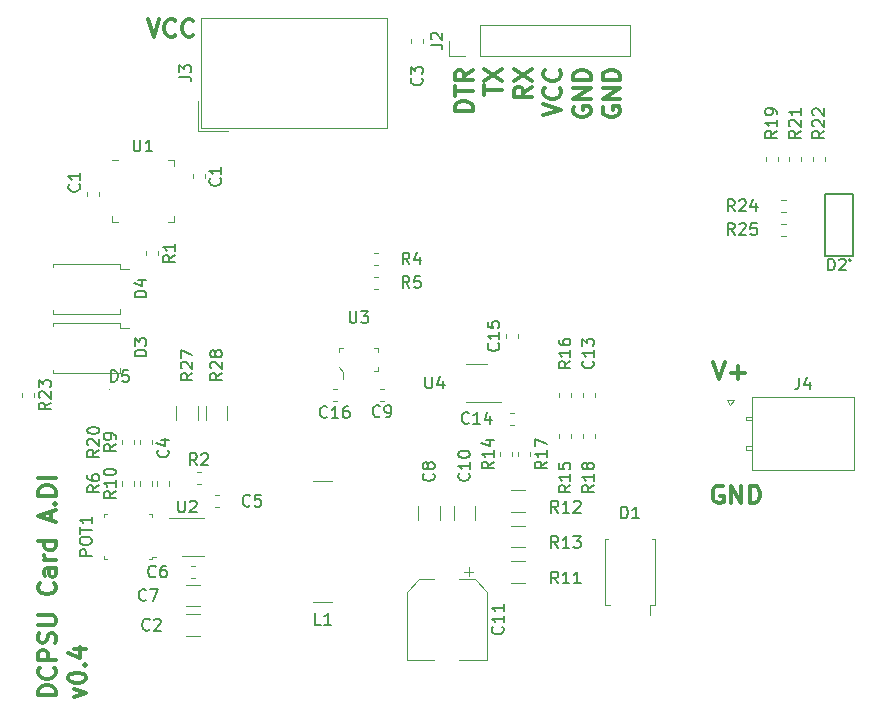
<source format=gbr>
G04 #@! TF.GenerationSoftware,KiCad,Pcbnew,5.0.2+dfsg1-1*
G04 #@! TF.CreationDate,2021-07-01T00:11:18-05:00*
G04 #@! TF.ProjectId,dcpsu-card-a,64637073-752d-4636-9172-642d612e6b69,v0.4-DI-WIP*
G04 #@! TF.SameCoordinates,Original*
G04 #@! TF.FileFunction,Legend,Top*
G04 #@! TF.FilePolarity,Positive*
%FSLAX46Y46*%
G04 Gerber Fmt 4.6, Leading zero omitted, Abs format (unit mm)*
G04 Created by KiCad (PCBNEW 5.0.2+dfsg1-1) date Thu 01 Jul 2021 12:11:18 AM CDT*
%MOMM*%
%LPD*%
G01*
G04 APERTURE LIST*
%ADD10C,0.300000*%
%ADD11C,0.120000*%
%ADD12C,0.150000*%
%ADD13C,0.100000*%
G04 APERTURE END LIST*
D10*
X138750000Y-78623571D02*
X138678571Y-78766428D01*
X138678571Y-78980714D01*
X138750000Y-79195000D01*
X138892857Y-79337857D01*
X139035714Y-79409285D01*
X139321428Y-79480714D01*
X139535714Y-79480714D01*
X139821428Y-79409285D01*
X139964285Y-79337857D01*
X140107142Y-79195000D01*
X140178571Y-78980714D01*
X140178571Y-78837857D01*
X140107142Y-78623571D01*
X140035714Y-78552142D01*
X139535714Y-78552142D01*
X139535714Y-78837857D01*
X140178571Y-77909285D02*
X138678571Y-77909285D01*
X140178571Y-77052142D01*
X138678571Y-77052142D01*
X140178571Y-76337857D02*
X138678571Y-76337857D01*
X138678571Y-75980714D01*
X138750000Y-75766428D01*
X138892857Y-75623571D01*
X139035714Y-75552142D01*
X139321428Y-75480714D01*
X139535714Y-75480714D01*
X139821428Y-75552142D01*
X139964285Y-75623571D01*
X140107142Y-75766428D01*
X140178571Y-75980714D01*
X140178571Y-76337857D01*
X136250000Y-78623571D02*
X136178571Y-78766428D01*
X136178571Y-78980714D01*
X136250000Y-79195000D01*
X136392857Y-79337857D01*
X136535714Y-79409285D01*
X136821428Y-79480714D01*
X137035714Y-79480714D01*
X137321428Y-79409285D01*
X137464285Y-79337857D01*
X137607142Y-79195000D01*
X137678571Y-78980714D01*
X137678571Y-78837857D01*
X137607142Y-78623571D01*
X137535714Y-78552142D01*
X137035714Y-78552142D01*
X137035714Y-78837857D01*
X137678571Y-77909285D02*
X136178571Y-77909285D01*
X137678571Y-77052142D01*
X136178571Y-77052142D01*
X137678571Y-76337857D02*
X136178571Y-76337857D01*
X136178571Y-75980714D01*
X136250000Y-75766428D01*
X136392857Y-75623571D01*
X136535714Y-75552142D01*
X136821428Y-75480714D01*
X137035714Y-75480714D01*
X137321428Y-75552142D01*
X137464285Y-75623571D01*
X137607142Y-75766428D01*
X137678571Y-75980714D01*
X137678571Y-76337857D01*
X133678571Y-79337857D02*
X135178571Y-78837857D01*
X133678571Y-78337857D01*
X135035714Y-76980714D02*
X135107142Y-77052142D01*
X135178571Y-77266428D01*
X135178571Y-77409285D01*
X135107142Y-77623571D01*
X134964285Y-77766428D01*
X134821428Y-77837857D01*
X134535714Y-77909285D01*
X134321428Y-77909285D01*
X134035714Y-77837857D01*
X133892857Y-77766428D01*
X133750000Y-77623571D01*
X133678571Y-77409285D01*
X133678571Y-77266428D01*
X133750000Y-77052142D01*
X133821428Y-76980714D01*
X135035714Y-75480714D02*
X135107142Y-75552142D01*
X135178571Y-75766428D01*
X135178571Y-75909285D01*
X135107142Y-76123571D01*
X134964285Y-76266428D01*
X134821428Y-76337857D01*
X134535714Y-76409285D01*
X134321428Y-76409285D01*
X134035714Y-76337857D01*
X133892857Y-76266428D01*
X133750000Y-76123571D01*
X133678571Y-75909285D01*
X133678571Y-75766428D01*
X133750000Y-75552142D01*
X133821428Y-75480714D01*
X132678571Y-76909285D02*
X131964285Y-77409285D01*
X132678571Y-77766428D02*
X131178571Y-77766428D01*
X131178571Y-77195000D01*
X131250000Y-77052142D01*
X131321428Y-76980714D01*
X131464285Y-76909285D01*
X131678571Y-76909285D01*
X131821428Y-76980714D01*
X131892857Y-77052142D01*
X131964285Y-77195000D01*
X131964285Y-77766428D01*
X131178571Y-76409285D02*
X132678571Y-75409285D01*
X131178571Y-75409285D02*
X132678571Y-76409285D01*
X128678571Y-77623571D02*
X128678571Y-76766428D01*
X130178571Y-77195000D02*
X128678571Y-77195000D01*
X128678571Y-76409285D02*
X130178571Y-75409285D01*
X128678571Y-75409285D02*
X130178571Y-76409285D01*
X127678571Y-78980714D02*
X126178571Y-78980714D01*
X126178571Y-78623571D01*
X126250000Y-78409285D01*
X126392857Y-78266428D01*
X126535714Y-78195000D01*
X126821428Y-78123571D01*
X127035714Y-78123571D01*
X127321428Y-78195000D01*
X127464285Y-78266428D01*
X127607142Y-78409285D01*
X127678571Y-78623571D01*
X127678571Y-78980714D01*
X126178571Y-77695000D02*
X126178571Y-76837857D01*
X127678571Y-77266428D02*
X126178571Y-77266428D01*
X127678571Y-75480714D02*
X126964285Y-75980714D01*
X127678571Y-76337857D02*
X126178571Y-76337857D01*
X126178571Y-75766428D01*
X126250000Y-75623571D01*
X126321428Y-75552142D01*
X126464285Y-75480714D01*
X126678571Y-75480714D01*
X126821428Y-75552142D01*
X126892857Y-75623571D01*
X126964285Y-75766428D01*
X126964285Y-76337857D01*
X100162142Y-71178571D02*
X100662142Y-72678571D01*
X101162142Y-71178571D01*
X102519285Y-72535714D02*
X102447857Y-72607142D01*
X102233571Y-72678571D01*
X102090714Y-72678571D01*
X101876428Y-72607142D01*
X101733571Y-72464285D01*
X101662142Y-72321428D01*
X101590714Y-72035714D01*
X101590714Y-71821428D01*
X101662142Y-71535714D01*
X101733571Y-71392857D01*
X101876428Y-71250000D01*
X102090714Y-71178571D01*
X102233571Y-71178571D01*
X102447857Y-71250000D01*
X102519285Y-71321428D01*
X104019285Y-72535714D02*
X103947857Y-72607142D01*
X103733571Y-72678571D01*
X103590714Y-72678571D01*
X103376428Y-72607142D01*
X103233571Y-72464285D01*
X103162142Y-72321428D01*
X103090714Y-72035714D01*
X103090714Y-71821428D01*
X103162142Y-71535714D01*
X103233571Y-71392857D01*
X103376428Y-71250000D01*
X103590714Y-71178571D01*
X103733571Y-71178571D01*
X103947857Y-71250000D01*
X104019285Y-71321428D01*
X148071428Y-100178571D02*
X148571428Y-101678571D01*
X149071428Y-100178571D01*
X149571428Y-101107142D02*
X150714285Y-101107142D01*
X150142857Y-101678571D02*
X150142857Y-100535714D01*
X148857142Y-110750000D02*
X148714285Y-110678571D01*
X148500000Y-110678571D01*
X148285714Y-110750000D01*
X148142857Y-110892857D01*
X148071428Y-111035714D01*
X148000000Y-111321428D01*
X148000000Y-111535714D01*
X148071428Y-111821428D01*
X148142857Y-111964285D01*
X148285714Y-112107142D01*
X148500000Y-112178571D01*
X148642857Y-112178571D01*
X148857142Y-112107142D01*
X148928571Y-112035714D01*
X148928571Y-111535714D01*
X148642857Y-111535714D01*
X149571428Y-112178571D02*
X149571428Y-110678571D01*
X150428571Y-112178571D01*
X150428571Y-110678571D01*
X151142857Y-112178571D02*
X151142857Y-110678571D01*
X151500000Y-110678571D01*
X151714285Y-110750000D01*
X151857142Y-110892857D01*
X151928571Y-111035714D01*
X152000000Y-111321428D01*
X152000000Y-111535714D01*
X151928571Y-111821428D01*
X151857142Y-111964285D01*
X151714285Y-112107142D01*
X151500000Y-112178571D01*
X151142857Y-112178571D01*
X92403571Y-128447857D02*
X90903571Y-128447857D01*
X90903571Y-128090714D01*
X90975000Y-127876428D01*
X91117857Y-127733571D01*
X91260714Y-127662142D01*
X91546428Y-127590714D01*
X91760714Y-127590714D01*
X92046428Y-127662142D01*
X92189285Y-127733571D01*
X92332142Y-127876428D01*
X92403571Y-128090714D01*
X92403571Y-128447857D01*
X92260714Y-126090714D02*
X92332142Y-126162142D01*
X92403571Y-126376428D01*
X92403571Y-126519285D01*
X92332142Y-126733571D01*
X92189285Y-126876428D01*
X92046428Y-126947857D01*
X91760714Y-127019285D01*
X91546428Y-127019285D01*
X91260714Y-126947857D01*
X91117857Y-126876428D01*
X90975000Y-126733571D01*
X90903571Y-126519285D01*
X90903571Y-126376428D01*
X90975000Y-126162142D01*
X91046428Y-126090714D01*
X92403571Y-125447857D02*
X90903571Y-125447857D01*
X90903571Y-124876428D01*
X90975000Y-124733571D01*
X91046428Y-124662142D01*
X91189285Y-124590714D01*
X91403571Y-124590714D01*
X91546428Y-124662142D01*
X91617857Y-124733571D01*
X91689285Y-124876428D01*
X91689285Y-125447857D01*
X92332142Y-124019285D02*
X92403571Y-123805000D01*
X92403571Y-123447857D01*
X92332142Y-123305000D01*
X92260714Y-123233571D01*
X92117857Y-123162142D01*
X91975000Y-123162142D01*
X91832142Y-123233571D01*
X91760714Y-123305000D01*
X91689285Y-123447857D01*
X91617857Y-123733571D01*
X91546428Y-123876428D01*
X91475000Y-123947857D01*
X91332142Y-124019285D01*
X91189285Y-124019285D01*
X91046428Y-123947857D01*
X90975000Y-123876428D01*
X90903571Y-123733571D01*
X90903571Y-123376428D01*
X90975000Y-123162142D01*
X90903571Y-122519285D02*
X92117857Y-122519285D01*
X92260714Y-122447857D01*
X92332142Y-122376428D01*
X92403571Y-122233571D01*
X92403571Y-121947857D01*
X92332142Y-121805000D01*
X92260714Y-121733571D01*
X92117857Y-121662142D01*
X90903571Y-121662142D01*
X92260714Y-118947857D02*
X92332142Y-119019285D01*
X92403571Y-119233571D01*
X92403571Y-119376428D01*
X92332142Y-119590714D01*
X92189285Y-119733571D01*
X92046428Y-119805000D01*
X91760714Y-119876428D01*
X91546428Y-119876428D01*
X91260714Y-119805000D01*
X91117857Y-119733571D01*
X90975000Y-119590714D01*
X90903571Y-119376428D01*
X90903571Y-119233571D01*
X90975000Y-119019285D01*
X91046428Y-118947857D01*
X92403571Y-117662142D02*
X91617857Y-117662142D01*
X91475000Y-117733571D01*
X91403571Y-117876428D01*
X91403571Y-118162142D01*
X91475000Y-118305000D01*
X92332142Y-117662142D02*
X92403571Y-117805000D01*
X92403571Y-118162142D01*
X92332142Y-118305000D01*
X92189285Y-118376428D01*
X92046428Y-118376428D01*
X91903571Y-118305000D01*
X91832142Y-118162142D01*
X91832142Y-117805000D01*
X91760714Y-117662142D01*
X92403571Y-116947857D02*
X91403571Y-116947857D01*
X91689285Y-116947857D02*
X91546428Y-116876428D01*
X91475000Y-116805000D01*
X91403571Y-116662142D01*
X91403571Y-116519285D01*
X92403571Y-115376428D02*
X90903571Y-115376428D01*
X92332142Y-115376428D02*
X92403571Y-115519285D01*
X92403571Y-115805000D01*
X92332142Y-115947857D01*
X92260714Y-116019285D01*
X92117857Y-116090714D01*
X91689285Y-116090714D01*
X91546428Y-116019285D01*
X91475000Y-115947857D01*
X91403571Y-115805000D01*
X91403571Y-115519285D01*
X91475000Y-115376428D01*
X91975000Y-113590714D02*
X91975000Y-112876428D01*
X92403571Y-113733571D02*
X90903571Y-113233571D01*
X92403571Y-112733571D01*
X92260714Y-112233571D02*
X92332142Y-112162142D01*
X92403571Y-112233571D01*
X92332142Y-112305000D01*
X92260714Y-112233571D01*
X92403571Y-112233571D01*
X92403571Y-111519285D02*
X90903571Y-111519285D01*
X90903571Y-111162142D01*
X90975000Y-110947857D01*
X91117857Y-110805000D01*
X91260714Y-110733571D01*
X91546428Y-110662142D01*
X91760714Y-110662142D01*
X92046428Y-110733571D01*
X92189285Y-110805000D01*
X92332142Y-110947857D01*
X92403571Y-111162142D01*
X92403571Y-111519285D01*
X92403571Y-110019285D02*
X90903571Y-110019285D01*
X93953571Y-128590714D02*
X94953571Y-128233571D01*
X93953571Y-127876428D01*
X93453571Y-127019285D02*
X93453571Y-126876428D01*
X93525000Y-126733571D01*
X93596428Y-126662142D01*
X93739285Y-126590714D01*
X94025000Y-126519285D01*
X94382142Y-126519285D01*
X94667857Y-126590714D01*
X94810714Y-126662142D01*
X94882142Y-126733571D01*
X94953571Y-126876428D01*
X94953571Y-127019285D01*
X94882142Y-127162142D01*
X94810714Y-127233571D01*
X94667857Y-127305000D01*
X94382142Y-127376428D01*
X94025000Y-127376428D01*
X93739285Y-127305000D01*
X93596428Y-127233571D01*
X93525000Y-127162142D01*
X93453571Y-127019285D01*
X94810714Y-125876428D02*
X94882142Y-125805000D01*
X94953571Y-125876428D01*
X94882142Y-125947857D01*
X94810714Y-125876428D01*
X94953571Y-125876428D01*
X93953571Y-124519285D02*
X94953571Y-124519285D01*
X93382142Y-124876428D02*
X94453571Y-125233571D01*
X94453571Y-124305000D01*
D11*
G04 #@! TO.C,L1*
X114202631Y-120515000D02*
X115797369Y-120515000D01*
X114202631Y-110315000D02*
X115797369Y-110315000D01*
G04 #@! TO.C,R1*
X101010000Y-91171267D02*
X101010000Y-90828733D01*
X99990000Y-91171267D02*
X99990000Y-90828733D01*
G04 #@! TO.C,R20*
X99010000Y-107171267D02*
X99010000Y-106828733D01*
X97990000Y-107171267D02*
X97990000Y-106828733D01*
G04 #@! TO.C,C3*
X123510000Y-73171267D02*
X123510000Y-72828733D01*
X122490000Y-73171267D02*
X122490000Y-72828733D01*
G04 #@! TO.C,C5*
X105828733Y-112510000D02*
X106171267Y-112510000D01*
X105828733Y-111490000D02*
X106171267Y-111490000D01*
G04 #@! TO.C,C14*
X130828733Y-105510000D02*
X131171267Y-105510000D01*
X130828733Y-104490000D02*
X131171267Y-104490000D01*
G04 #@! TO.C,D1*
X138890000Y-120810000D02*
X139300000Y-120810000D01*
X142700000Y-120810000D02*
X143110000Y-120810000D01*
X143110000Y-120810000D02*
X143110000Y-115190000D01*
X138890000Y-115190000D02*
X138890000Y-120810000D01*
X142700000Y-120810000D02*
X142700000Y-121600000D01*
X138890000Y-115190000D02*
X139150000Y-115190000D01*
X142850000Y-115190000D02*
X143110000Y-115190000D01*
G04 #@! TO.C,C1*
X103990000Y-84328733D02*
X103990000Y-84671267D01*
X105010000Y-84328733D02*
X105010000Y-84671267D01*
G04 #@! TO.C,C4*
X100990000Y-110328733D02*
X100990000Y-110671267D01*
X102010000Y-110328733D02*
X102010000Y-110671267D01*
G04 #@! TO.C,C7*
X103397936Y-120910000D02*
X104602064Y-120910000D01*
X103397936Y-119090000D02*
X104602064Y-119090000D01*
G04 #@! TO.C,C8*
X124910000Y-113602064D02*
X124910000Y-112397936D01*
X123090000Y-113602064D02*
X123090000Y-112397936D01*
G04 #@! TO.C,C9*
X120171267Y-102490000D02*
X119828733Y-102490000D01*
X120171267Y-103510000D02*
X119828733Y-103510000D01*
G04 #@! TO.C,C10*
X127910000Y-113602064D02*
X127910000Y-112397936D01*
X126090000Y-113602064D02*
X126090000Y-112397936D01*
G04 #@! TO.C,C13*
X138010000Y-103171267D02*
X138010000Y-102828733D01*
X136990000Y-103171267D02*
X136990000Y-102828733D01*
G04 #@! TO.C,R2*
X104328733Y-110510000D02*
X104671267Y-110510000D01*
X104328733Y-109490000D02*
X104671267Y-109490000D01*
G04 #@! TO.C,R4*
X119671267Y-90990000D02*
X119328733Y-90990000D01*
X119671267Y-92010000D02*
X119328733Y-92010000D01*
G04 #@! TO.C,R5*
X119671267Y-92990000D02*
X119328733Y-92990000D01*
X119671267Y-94010000D02*
X119328733Y-94010000D01*
G04 #@! TO.C,R6*
X99010000Y-110671267D02*
X99010000Y-110328733D01*
X97990000Y-110671267D02*
X97990000Y-110328733D01*
G04 #@! TO.C,R9*
X100510000Y-107171267D02*
X100510000Y-106828733D01*
X99490000Y-107171267D02*
X99490000Y-106828733D01*
G04 #@! TO.C,R10*
X100510000Y-110671267D02*
X100510000Y-110328733D01*
X99490000Y-110671267D02*
X99490000Y-110328733D01*
G04 #@! TO.C,R12*
X130897936Y-112910000D02*
X132102064Y-112910000D01*
X130897936Y-111090000D02*
X132102064Y-111090000D01*
G04 #@! TO.C,R13*
X130897936Y-115910000D02*
X132102064Y-115910000D01*
X130897936Y-114090000D02*
X132102064Y-114090000D01*
G04 #@! TO.C,R15*
X134990000Y-106328733D02*
X134990000Y-106671267D01*
X136010000Y-106328733D02*
X136010000Y-106671267D01*
G04 #@! TO.C,R16*
X134990000Y-102828733D02*
X134990000Y-103171267D01*
X136010000Y-102828733D02*
X136010000Y-103171267D01*
G04 #@! TO.C,R17*
X131490000Y-107828733D02*
X131490000Y-108171267D01*
X132510000Y-107828733D02*
X132510000Y-108171267D01*
G04 #@! TO.C,U1*
X97615000Y-83140000D02*
X97140000Y-83140000D01*
X102360000Y-88360000D02*
X102360000Y-87885000D01*
X101885000Y-88360000D02*
X102360000Y-88360000D01*
X97140000Y-88360000D02*
X97140000Y-87885000D01*
X97615000Y-88360000D02*
X97140000Y-88360000D01*
X102360000Y-83140000D02*
X102360000Y-83615000D01*
X101885000Y-83140000D02*
X102360000Y-83140000D01*
G04 #@! TO.C,C15*
X131510000Y-97828733D02*
X131510000Y-98171267D01*
X130490000Y-97828733D02*
X130490000Y-98171267D01*
G04 #@! TO.C,R18*
X136990000Y-106671267D02*
X136990000Y-106328733D01*
X138010000Y-106671267D02*
X138010000Y-106328733D01*
G04 #@! TO.C,R11*
X130897936Y-117090000D02*
X132102064Y-117090000D01*
X130897936Y-118910000D02*
X132102064Y-118910000D01*
G04 #@! TO.C,R14*
X131010000Y-107828733D02*
X131010000Y-108171267D01*
X129990000Y-107828733D02*
X129990000Y-108171267D01*
G04 #@! TO.C,U4*
X128900000Y-100390000D02*
X127100000Y-100390000D01*
X127100000Y-103610000D02*
X130050000Y-103610000D01*
G04 #@! TO.C,J2*
X125670000Y-74330000D02*
X125670000Y-73000000D01*
X127000000Y-74330000D02*
X125670000Y-74330000D01*
X128270000Y-74330000D02*
X128270000Y-71670000D01*
X128270000Y-71670000D02*
X141030000Y-71670000D01*
X128270000Y-74330000D02*
X141030000Y-74330000D01*
X141030000Y-74330000D02*
X141030000Y-71670000D01*
G04 #@! TO.C,J3*
X104650000Y-71055000D02*
X120430000Y-71055000D01*
X120430000Y-71055000D02*
X120430000Y-80405000D01*
X120430000Y-80405000D02*
X104650000Y-80405000D01*
X104650000Y-80405000D02*
X104650000Y-71055000D01*
X104400000Y-80655000D02*
X106940000Y-80655000D01*
X104400000Y-80655000D02*
X104400000Y-78115000D01*
G04 #@! TO.C,C1*
X96010000Y-86171267D02*
X96010000Y-85828733D01*
X94990000Y-86171267D02*
X94990000Y-85828733D01*
D12*
G04 #@! TO.C,D2*
X159900000Y-86000000D02*
X159900000Y-91200000D01*
X157500000Y-86000000D02*
X157500000Y-91200000D01*
X157500000Y-86000000D02*
X159900000Y-86000000D01*
X157500000Y-91200000D02*
X159900000Y-91200000D01*
X159700000Y-91600000D02*
G75*
G03X159700000Y-91600000I-100000J0D01*
G01*
D11*
G04 #@! TO.C,R19*
X153510000Y-83171267D02*
X153510000Y-82828733D01*
X152490000Y-83171267D02*
X152490000Y-82828733D01*
G04 #@! TO.C,R21*
X154490000Y-82828733D02*
X154490000Y-83171267D01*
X155510000Y-82828733D02*
X155510000Y-83171267D01*
G04 #@! TO.C,R22*
X157510000Y-82828733D02*
X157510000Y-83171267D01*
X156490000Y-82828733D02*
X156490000Y-83171267D01*
G04 #@! TO.C,C16*
X115828733Y-102490000D02*
X116171267Y-102490000D01*
X115828733Y-103510000D02*
X116171267Y-103510000D01*
D13*
G04 #@! TO.C,U3*
X116700000Y-101650000D02*
X116700000Y-101050000D01*
X116700000Y-101050000D02*
X116350000Y-100600000D01*
X116700000Y-99000000D02*
X116350000Y-99000000D01*
X116350000Y-99000000D02*
X116350000Y-99350000D01*
X119650000Y-100650000D02*
X119650000Y-101000000D01*
X119650000Y-101000000D02*
X119300000Y-101000000D01*
X119300000Y-99000000D02*
X119650000Y-99000000D01*
X119650000Y-99000000D02*
X119650000Y-99350000D01*
D11*
G04 #@! TO.C,R23*
X89490000Y-103171267D02*
X89490000Y-102828733D01*
X90510000Y-103171267D02*
X90510000Y-102828733D01*
G04 #@! TO.C,R24*
X154171267Y-86490000D02*
X153828733Y-86490000D01*
X154171267Y-87510000D02*
X153828733Y-87510000D01*
G04 #@! TO.C,R25*
X154171267Y-89510000D02*
X153828733Y-89510000D01*
X154171267Y-88490000D02*
X153828733Y-88490000D01*
G04 #@! TO.C,C11*
X122090000Y-125410000D02*
X124440000Y-125410000D01*
X128910000Y-125410000D02*
X126560000Y-125410000D01*
X128910000Y-119654437D02*
X128910000Y-125410000D01*
X122090000Y-119654437D02*
X122090000Y-125410000D01*
X123154437Y-118590000D02*
X124440000Y-118590000D01*
X127845563Y-118590000D02*
X126560000Y-118590000D01*
X127845563Y-118590000D02*
X128910000Y-119654437D01*
X123154437Y-118590000D02*
X122090000Y-119654437D01*
X127347500Y-117562500D02*
X127347500Y-118350000D01*
X127741250Y-117956250D02*
X126953750Y-117956250D01*
G04 #@! TO.C,J4*
X151310000Y-103170000D02*
X151310000Y-109330000D01*
X151310000Y-109330000D02*
X159990000Y-109330000D01*
X159990000Y-109330000D02*
X159990000Y-103170000D01*
X159990000Y-103170000D02*
X151310000Y-103170000D01*
X151310000Y-105150000D02*
X151310000Y-104850000D01*
X151310000Y-104850000D02*
X150860000Y-104850000D01*
X150860000Y-104850000D02*
X150860000Y-105150000D01*
X150860000Y-105150000D02*
X151310000Y-105150000D01*
X151310000Y-107650000D02*
X151310000Y-107350000D01*
X151310000Y-107350000D02*
X150860000Y-107350000D01*
X150860000Y-107350000D02*
X150860000Y-107650000D01*
X150860000Y-107650000D02*
X151310000Y-107650000D01*
X149500000Y-103890000D02*
X149800000Y-103465736D01*
X149800000Y-103465736D02*
X149200000Y-103465736D01*
X149200000Y-103465736D02*
X149500000Y-103890000D01*
G04 #@! TO.C,D3*
X97810000Y-101110000D02*
X97810000Y-100700000D01*
X97810000Y-97300000D02*
X97810000Y-96890000D01*
X97810000Y-96890000D02*
X92190000Y-96890000D01*
X92190000Y-101110000D02*
X97810000Y-101110000D01*
X97810000Y-97300000D02*
X98600000Y-97300000D01*
X92190000Y-101110000D02*
X92190000Y-100850000D01*
X92190000Y-97150000D02*
X92190000Y-96890000D01*
G04 #@! TO.C,D4*
X97810000Y-96110000D02*
X97810000Y-95700000D01*
X97810000Y-92300000D02*
X97810000Y-91890000D01*
X97810000Y-91890000D02*
X92190000Y-91890000D01*
X92190000Y-96110000D02*
X97810000Y-96110000D01*
X97810000Y-92300000D02*
X98600000Y-92300000D01*
X92190000Y-96110000D02*
X92190000Y-95850000D01*
X92190000Y-92150000D02*
X92190000Y-91890000D01*
G04 #@! TO.C,R27*
X104410000Y-105102064D02*
X104410000Y-103897936D01*
X102590000Y-105102064D02*
X102590000Y-103897936D01*
G04 #@! TO.C,R28*
X105090000Y-105102064D02*
X105090000Y-103897936D01*
X106910000Y-105102064D02*
X106910000Y-103897936D01*
G04 #@! TO.C,C2*
X103397936Y-121590000D02*
X104602064Y-121590000D01*
X103397936Y-123410000D02*
X104602064Y-123410000D01*
G04 #@! TO.C,U2*
X103100000Y-116610000D02*
X104900000Y-116610000D01*
X104900000Y-113390000D02*
X101950000Y-113390000D01*
G04 #@! TO.C,C6*
X103828733Y-117490000D02*
X104171267Y-117490000D01*
X103828733Y-118510000D02*
X104171267Y-118510000D01*
D13*
G04 #@! TO.C,D5*
X96990000Y-102500000D02*
G75*
G03X96990000Y-102500000I-50000J0D01*
G01*
G04 #@! TO.C,POT1*
X96500000Y-116900000D02*
X96750000Y-116900000D01*
X96500000Y-116900000D02*
X96500000Y-116650000D01*
X96500000Y-113100000D02*
X96750000Y-113100000D01*
X96500000Y-113100000D02*
X96500000Y-113350000D01*
X100500000Y-113100000D02*
X100500000Y-113300000D01*
X100500000Y-113100000D02*
X100250000Y-113100000D01*
X100250000Y-116900000D02*
X100500000Y-116900000D01*
X100500000Y-116900000D02*
X100500000Y-116700000D01*
X100500000Y-116700000D02*
X100850000Y-116700000D01*
G04 #@! TO.C,L1*
D12*
X114833333Y-122452380D02*
X114357142Y-122452380D01*
X114357142Y-121452380D01*
X115690476Y-122452380D02*
X115119047Y-122452380D01*
X115404761Y-122452380D02*
X115404761Y-121452380D01*
X115309523Y-121595238D01*
X115214285Y-121690476D01*
X115119047Y-121738095D01*
G04 #@! TO.C,R1*
X102476380Y-91166666D02*
X102000190Y-91500000D01*
X102476380Y-91738095D02*
X101476380Y-91738095D01*
X101476380Y-91357142D01*
X101524000Y-91261904D01*
X101571619Y-91214285D01*
X101666857Y-91166666D01*
X101809714Y-91166666D01*
X101904952Y-91214285D01*
X101952571Y-91261904D01*
X102000190Y-91357142D01*
X102000190Y-91738095D01*
X102476380Y-90214285D02*
X102476380Y-90785714D01*
X102476380Y-90500000D02*
X101476380Y-90500000D01*
X101619238Y-90595238D01*
X101714476Y-90690476D01*
X101762095Y-90785714D01*
G04 #@! TO.C,R20*
X96052380Y-107642857D02*
X95576190Y-107976190D01*
X96052380Y-108214285D02*
X95052380Y-108214285D01*
X95052380Y-107833333D01*
X95100000Y-107738095D01*
X95147619Y-107690476D01*
X95242857Y-107642857D01*
X95385714Y-107642857D01*
X95480952Y-107690476D01*
X95528571Y-107738095D01*
X95576190Y-107833333D01*
X95576190Y-108214285D01*
X95147619Y-107261904D02*
X95100000Y-107214285D01*
X95052380Y-107119047D01*
X95052380Y-106880952D01*
X95100000Y-106785714D01*
X95147619Y-106738095D01*
X95242857Y-106690476D01*
X95338095Y-106690476D01*
X95480952Y-106738095D01*
X96052380Y-107309523D01*
X96052380Y-106690476D01*
X95052380Y-106071428D02*
X95052380Y-105976190D01*
X95100000Y-105880952D01*
X95147619Y-105833333D01*
X95242857Y-105785714D01*
X95433333Y-105738095D01*
X95671428Y-105738095D01*
X95861904Y-105785714D01*
X95957142Y-105833333D01*
X96004761Y-105880952D01*
X96052380Y-105976190D01*
X96052380Y-106071428D01*
X96004761Y-106166666D01*
X95957142Y-106214285D01*
X95861904Y-106261904D01*
X95671428Y-106309523D01*
X95433333Y-106309523D01*
X95242857Y-106261904D01*
X95147619Y-106214285D01*
X95100000Y-106166666D01*
X95052380Y-106071428D01*
G04 #@! TO.C,C3*
X123357142Y-76166666D02*
X123404761Y-76214285D01*
X123452380Y-76357142D01*
X123452380Y-76452380D01*
X123404761Y-76595238D01*
X123309523Y-76690476D01*
X123214285Y-76738095D01*
X123023809Y-76785714D01*
X122880952Y-76785714D01*
X122690476Y-76738095D01*
X122595238Y-76690476D01*
X122500000Y-76595238D01*
X122452380Y-76452380D01*
X122452380Y-76357142D01*
X122500000Y-76214285D01*
X122547619Y-76166666D01*
X122452380Y-75833333D02*
X122452380Y-75214285D01*
X122833333Y-75547619D01*
X122833333Y-75404761D01*
X122880952Y-75309523D01*
X122928571Y-75261904D01*
X123023809Y-75214285D01*
X123261904Y-75214285D01*
X123357142Y-75261904D01*
X123404761Y-75309523D01*
X123452380Y-75404761D01*
X123452380Y-75690476D01*
X123404761Y-75785714D01*
X123357142Y-75833333D01*
G04 #@! TO.C,C5*
X108833333Y-112357142D02*
X108785714Y-112404761D01*
X108642857Y-112452380D01*
X108547619Y-112452380D01*
X108404761Y-112404761D01*
X108309523Y-112309523D01*
X108261904Y-112214285D01*
X108214285Y-112023809D01*
X108214285Y-111880952D01*
X108261904Y-111690476D01*
X108309523Y-111595238D01*
X108404761Y-111500000D01*
X108547619Y-111452380D01*
X108642857Y-111452380D01*
X108785714Y-111500000D01*
X108833333Y-111547619D01*
X109738095Y-111452380D02*
X109261904Y-111452380D01*
X109214285Y-111928571D01*
X109261904Y-111880952D01*
X109357142Y-111833333D01*
X109595238Y-111833333D01*
X109690476Y-111880952D01*
X109738095Y-111928571D01*
X109785714Y-112023809D01*
X109785714Y-112261904D01*
X109738095Y-112357142D01*
X109690476Y-112404761D01*
X109595238Y-112452380D01*
X109357142Y-112452380D01*
X109261904Y-112404761D01*
X109214285Y-112357142D01*
G04 #@! TO.C,C14*
X127357142Y-105357142D02*
X127309523Y-105404761D01*
X127166666Y-105452380D01*
X127071428Y-105452380D01*
X126928571Y-105404761D01*
X126833333Y-105309523D01*
X126785714Y-105214285D01*
X126738095Y-105023809D01*
X126738095Y-104880952D01*
X126785714Y-104690476D01*
X126833333Y-104595238D01*
X126928571Y-104500000D01*
X127071428Y-104452380D01*
X127166666Y-104452380D01*
X127309523Y-104500000D01*
X127357142Y-104547619D01*
X128309523Y-105452380D02*
X127738095Y-105452380D01*
X128023809Y-105452380D02*
X128023809Y-104452380D01*
X127928571Y-104595238D01*
X127833333Y-104690476D01*
X127738095Y-104738095D01*
X129166666Y-104785714D02*
X129166666Y-105452380D01*
X128928571Y-104404761D02*
X128690476Y-105119047D01*
X129309523Y-105119047D01*
G04 #@! TO.C,D1*
X140261904Y-113452380D02*
X140261904Y-112452380D01*
X140500000Y-112452380D01*
X140642857Y-112500000D01*
X140738095Y-112595238D01*
X140785714Y-112690476D01*
X140833333Y-112880952D01*
X140833333Y-113023809D01*
X140785714Y-113214285D01*
X140738095Y-113309523D01*
X140642857Y-113404761D01*
X140500000Y-113452380D01*
X140261904Y-113452380D01*
X141785714Y-113452380D02*
X141214285Y-113452380D01*
X141500000Y-113452380D02*
X141500000Y-112452380D01*
X141404761Y-112595238D01*
X141309523Y-112690476D01*
X141214285Y-112738095D01*
G04 #@! TO.C,C1*
X106287142Y-84666666D02*
X106334761Y-84714285D01*
X106382380Y-84857142D01*
X106382380Y-84952380D01*
X106334761Y-85095238D01*
X106239523Y-85190476D01*
X106144285Y-85238095D01*
X105953809Y-85285714D01*
X105810952Y-85285714D01*
X105620476Y-85238095D01*
X105525238Y-85190476D01*
X105430000Y-85095238D01*
X105382380Y-84952380D01*
X105382380Y-84857142D01*
X105430000Y-84714285D01*
X105477619Y-84666666D01*
X106382380Y-83714285D02*
X106382380Y-84285714D01*
X106382380Y-84000000D02*
X105382380Y-84000000D01*
X105525238Y-84095238D01*
X105620476Y-84190476D01*
X105668095Y-84285714D01*
G04 #@! TO.C,C4*
X101857142Y-107666666D02*
X101904761Y-107714285D01*
X101952380Y-107857142D01*
X101952380Y-107952380D01*
X101904761Y-108095238D01*
X101809523Y-108190476D01*
X101714285Y-108238095D01*
X101523809Y-108285714D01*
X101380952Y-108285714D01*
X101190476Y-108238095D01*
X101095238Y-108190476D01*
X101000000Y-108095238D01*
X100952380Y-107952380D01*
X100952380Y-107857142D01*
X101000000Y-107714285D01*
X101047619Y-107666666D01*
X101285714Y-106809523D02*
X101952380Y-106809523D01*
X100904761Y-107047619D02*
X101619047Y-107285714D01*
X101619047Y-106666666D01*
G04 #@! TO.C,C7*
X100023333Y-120357142D02*
X99975714Y-120404761D01*
X99832857Y-120452380D01*
X99737619Y-120452380D01*
X99594761Y-120404761D01*
X99499523Y-120309523D01*
X99451904Y-120214285D01*
X99404285Y-120023809D01*
X99404285Y-119880952D01*
X99451904Y-119690476D01*
X99499523Y-119595238D01*
X99594761Y-119500000D01*
X99737619Y-119452380D01*
X99832857Y-119452380D01*
X99975714Y-119500000D01*
X100023333Y-119547619D01*
X100356666Y-119452380D02*
X101023333Y-119452380D01*
X100594761Y-120452380D01*
G04 #@! TO.C,C8*
X124357142Y-109666666D02*
X124404761Y-109714285D01*
X124452380Y-109857142D01*
X124452380Y-109952380D01*
X124404761Y-110095238D01*
X124309523Y-110190476D01*
X124214285Y-110238095D01*
X124023809Y-110285714D01*
X123880952Y-110285714D01*
X123690476Y-110238095D01*
X123595238Y-110190476D01*
X123500000Y-110095238D01*
X123452380Y-109952380D01*
X123452380Y-109857142D01*
X123500000Y-109714285D01*
X123547619Y-109666666D01*
X123880952Y-109095238D02*
X123833333Y-109190476D01*
X123785714Y-109238095D01*
X123690476Y-109285714D01*
X123642857Y-109285714D01*
X123547619Y-109238095D01*
X123500000Y-109190476D01*
X123452380Y-109095238D01*
X123452380Y-108904761D01*
X123500000Y-108809523D01*
X123547619Y-108761904D01*
X123642857Y-108714285D01*
X123690476Y-108714285D01*
X123785714Y-108761904D01*
X123833333Y-108809523D01*
X123880952Y-108904761D01*
X123880952Y-109095238D01*
X123928571Y-109190476D01*
X123976190Y-109238095D01*
X124071428Y-109285714D01*
X124261904Y-109285714D01*
X124357142Y-109238095D01*
X124404761Y-109190476D01*
X124452380Y-109095238D01*
X124452380Y-108904761D01*
X124404761Y-108809523D01*
X124357142Y-108761904D01*
X124261904Y-108714285D01*
X124071428Y-108714285D01*
X123976190Y-108761904D01*
X123928571Y-108809523D01*
X123880952Y-108904761D01*
G04 #@! TO.C,C9*
X119833333Y-104787142D02*
X119785714Y-104834761D01*
X119642857Y-104882380D01*
X119547619Y-104882380D01*
X119404761Y-104834761D01*
X119309523Y-104739523D01*
X119261904Y-104644285D01*
X119214285Y-104453809D01*
X119214285Y-104310952D01*
X119261904Y-104120476D01*
X119309523Y-104025238D01*
X119404761Y-103930000D01*
X119547619Y-103882380D01*
X119642857Y-103882380D01*
X119785714Y-103930000D01*
X119833333Y-103977619D01*
X120309523Y-104882380D02*
X120500000Y-104882380D01*
X120595238Y-104834761D01*
X120642857Y-104787142D01*
X120738095Y-104644285D01*
X120785714Y-104453809D01*
X120785714Y-104072857D01*
X120738095Y-103977619D01*
X120690476Y-103930000D01*
X120595238Y-103882380D01*
X120404761Y-103882380D01*
X120309523Y-103930000D01*
X120261904Y-103977619D01*
X120214285Y-104072857D01*
X120214285Y-104310952D01*
X120261904Y-104406190D01*
X120309523Y-104453809D01*
X120404761Y-104501428D01*
X120595238Y-104501428D01*
X120690476Y-104453809D01*
X120738095Y-104406190D01*
X120785714Y-104310952D01*
G04 #@! TO.C,C10*
X127357142Y-109642857D02*
X127404761Y-109690476D01*
X127452380Y-109833333D01*
X127452380Y-109928571D01*
X127404761Y-110071428D01*
X127309523Y-110166666D01*
X127214285Y-110214285D01*
X127023809Y-110261904D01*
X126880952Y-110261904D01*
X126690476Y-110214285D01*
X126595238Y-110166666D01*
X126500000Y-110071428D01*
X126452380Y-109928571D01*
X126452380Y-109833333D01*
X126500000Y-109690476D01*
X126547619Y-109642857D01*
X127452380Y-108690476D02*
X127452380Y-109261904D01*
X127452380Y-108976190D02*
X126452380Y-108976190D01*
X126595238Y-109071428D01*
X126690476Y-109166666D01*
X126738095Y-109261904D01*
X126452380Y-108071428D02*
X126452380Y-107976190D01*
X126500000Y-107880952D01*
X126547619Y-107833333D01*
X126642857Y-107785714D01*
X126833333Y-107738095D01*
X127071428Y-107738095D01*
X127261904Y-107785714D01*
X127357142Y-107833333D01*
X127404761Y-107880952D01*
X127452380Y-107976190D01*
X127452380Y-108071428D01*
X127404761Y-108166666D01*
X127357142Y-108214285D01*
X127261904Y-108261904D01*
X127071428Y-108309523D01*
X126833333Y-108309523D01*
X126642857Y-108261904D01*
X126547619Y-108214285D01*
X126500000Y-108166666D01*
X126452380Y-108071428D01*
G04 #@! TO.C,C13*
X137857142Y-100142857D02*
X137904761Y-100190476D01*
X137952380Y-100333333D01*
X137952380Y-100428571D01*
X137904761Y-100571428D01*
X137809523Y-100666666D01*
X137714285Y-100714285D01*
X137523809Y-100761904D01*
X137380952Y-100761904D01*
X137190476Y-100714285D01*
X137095238Y-100666666D01*
X137000000Y-100571428D01*
X136952380Y-100428571D01*
X136952380Y-100333333D01*
X137000000Y-100190476D01*
X137047619Y-100142857D01*
X137952380Y-99190476D02*
X137952380Y-99761904D01*
X137952380Y-99476190D02*
X136952380Y-99476190D01*
X137095238Y-99571428D01*
X137190476Y-99666666D01*
X137238095Y-99761904D01*
X136952380Y-98857142D02*
X136952380Y-98238095D01*
X137333333Y-98571428D01*
X137333333Y-98428571D01*
X137380952Y-98333333D01*
X137428571Y-98285714D01*
X137523809Y-98238095D01*
X137761904Y-98238095D01*
X137857142Y-98285714D01*
X137904761Y-98333333D01*
X137952380Y-98428571D01*
X137952380Y-98714285D01*
X137904761Y-98809523D01*
X137857142Y-98857142D01*
G04 #@! TO.C,R2*
X104333333Y-108952380D02*
X104000000Y-108476190D01*
X103761904Y-108952380D02*
X103761904Y-107952380D01*
X104142857Y-107952380D01*
X104238095Y-108000000D01*
X104285714Y-108047619D01*
X104333333Y-108142857D01*
X104333333Y-108285714D01*
X104285714Y-108380952D01*
X104238095Y-108428571D01*
X104142857Y-108476190D01*
X103761904Y-108476190D01*
X104714285Y-108047619D02*
X104761904Y-108000000D01*
X104857142Y-107952380D01*
X105095238Y-107952380D01*
X105190476Y-108000000D01*
X105238095Y-108047619D01*
X105285714Y-108142857D01*
X105285714Y-108238095D01*
X105238095Y-108380952D01*
X104666666Y-108952380D01*
X105285714Y-108952380D01*
G04 #@! TO.C,R4*
X122333333Y-91952380D02*
X122000000Y-91476190D01*
X121761904Y-91952380D02*
X121761904Y-90952380D01*
X122142857Y-90952380D01*
X122238095Y-91000000D01*
X122285714Y-91047619D01*
X122333333Y-91142857D01*
X122333333Y-91285714D01*
X122285714Y-91380952D01*
X122238095Y-91428571D01*
X122142857Y-91476190D01*
X121761904Y-91476190D01*
X123190476Y-91285714D02*
X123190476Y-91952380D01*
X122952380Y-90904761D02*
X122714285Y-91619047D01*
X123333333Y-91619047D01*
G04 #@! TO.C,R5*
X122333333Y-93952380D02*
X122000000Y-93476190D01*
X121761904Y-93952380D02*
X121761904Y-92952380D01*
X122142857Y-92952380D01*
X122238095Y-93000000D01*
X122285714Y-93047619D01*
X122333333Y-93142857D01*
X122333333Y-93285714D01*
X122285714Y-93380952D01*
X122238095Y-93428571D01*
X122142857Y-93476190D01*
X121761904Y-93476190D01*
X123238095Y-92952380D02*
X122761904Y-92952380D01*
X122714285Y-93428571D01*
X122761904Y-93380952D01*
X122857142Y-93333333D01*
X123095238Y-93333333D01*
X123190476Y-93380952D01*
X123238095Y-93428571D01*
X123285714Y-93523809D01*
X123285714Y-93761904D01*
X123238095Y-93857142D01*
X123190476Y-93904761D01*
X123095238Y-93952380D01*
X122857142Y-93952380D01*
X122761904Y-93904761D01*
X122714285Y-93857142D01*
G04 #@! TO.C,R6*
X96052380Y-110666666D02*
X95576190Y-111000000D01*
X96052380Y-111238095D02*
X95052380Y-111238095D01*
X95052380Y-110857142D01*
X95100000Y-110761904D01*
X95147619Y-110714285D01*
X95242857Y-110666666D01*
X95385714Y-110666666D01*
X95480952Y-110714285D01*
X95528571Y-110761904D01*
X95576190Y-110857142D01*
X95576190Y-111238095D01*
X95052380Y-109809523D02*
X95052380Y-110000000D01*
X95100000Y-110095238D01*
X95147619Y-110142857D01*
X95290476Y-110238095D01*
X95480952Y-110285714D01*
X95861904Y-110285714D01*
X95957142Y-110238095D01*
X96004761Y-110190476D01*
X96052380Y-110095238D01*
X96052380Y-109904761D01*
X96004761Y-109809523D01*
X95957142Y-109761904D01*
X95861904Y-109714285D01*
X95623809Y-109714285D01*
X95528571Y-109761904D01*
X95480952Y-109809523D01*
X95433333Y-109904761D01*
X95433333Y-110095238D01*
X95480952Y-110190476D01*
X95528571Y-110238095D01*
X95623809Y-110285714D01*
G04 #@! TO.C,R9*
X97452380Y-107166666D02*
X96976190Y-107500000D01*
X97452380Y-107738095D02*
X96452380Y-107738095D01*
X96452380Y-107357142D01*
X96500000Y-107261904D01*
X96547619Y-107214285D01*
X96642857Y-107166666D01*
X96785714Y-107166666D01*
X96880952Y-107214285D01*
X96928571Y-107261904D01*
X96976190Y-107357142D01*
X96976190Y-107738095D01*
X97452380Y-106690476D02*
X97452380Y-106500000D01*
X97404761Y-106404761D01*
X97357142Y-106357142D01*
X97214285Y-106261904D01*
X97023809Y-106214285D01*
X96642857Y-106214285D01*
X96547619Y-106261904D01*
X96500000Y-106309523D01*
X96452380Y-106404761D01*
X96452380Y-106595238D01*
X96500000Y-106690476D01*
X96547619Y-106738095D01*
X96642857Y-106785714D01*
X96880952Y-106785714D01*
X96976190Y-106738095D01*
X97023809Y-106690476D01*
X97071428Y-106595238D01*
X97071428Y-106404761D01*
X97023809Y-106309523D01*
X96976190Y-106261904D01*
X96880952Y-106214285D01*
G04 #@! TO.C,R10*
X97452380Y-111142857D02*
X96976190Y-111476190D01*
X97452380Y-111714285D02*
X96452380Y-111714285D01*
X96452380Y-111333333D01*
X96500000Y-111238095D01*
X96547619Y-111190476D01*
X96642857Y-111142857D01*
X96785714Y-111142857D01*
X96880952Y-111190476D01*
X96928571Y-111238095D01*
X96976190Y-111333333D01*
X96976190Y-111714285D01*
X97452380Y-110190476D02*
X97452380Y-110761904D01*
X97452380Y-110476190D02*
X96452380Y-110476190D01*
X96595238Y-110571428D01*
X96690476Y-110666666D01*
X96738095Y-110761904D01*
X96452380Y-109571428D02*
X96452380Y-109476190D01*
X96500000Y-109380952D01*
X96547619Y-109333333D01*
X96642857Y-109285714D01*
X96833333Y-109238095D01*
X97071428Y-109238095D01*
X97261904Y-109285714D01*
X97357142Y-109333333D01*
X97404761Y-109380952D01*
X97452380Y-109476190D01*
X97452380Y-109571428D01*
X97404761Y-109666666D01*
X97357142Y-109714285D01*
X97261904Y-109761904D01*
X97071428Y-109809523D01*
X96833333Y-109809523D01*
X96642857Y-109761904D01*
X96547619Y-109714285D01*
X96500000Y-109666666D01*
X96452380Y-109571428D01*
G04 #@! TO.C,R12*
X134921142Y-112960380D02*
X134587809Y-112484190D01*
X134349714Y-112960380D02*
X134349714Y-111960380D01*
X134730666Y-111960380D01*
X134825904Y-112008000D01*
X134873523Y-112055619D01*
X134921142Y-112150857D01*
X134921142Y-112293714D01*
X134873523Y-112388952D01*
X134825904Y-112436571D01*
X134730666Y-112484190D01*
X134349714Y-112484190D01*
X135873523Y-112960380D02*
X135302095Y-112960380D01*
X135587809Y-112960380D02*
X135587809Y-111960380D01*
X135492571Y-112103238D01*
X135397333Y-112198476D01*
X135302095Y-112246095D01*
X136254476Y-112055619D02*
X136302095Y-112008000D01*
X136397333Y-111960380D01*
X136635428Y-111960380D01*
X136730666Y-112008000D01*
X136778285Y-112055619D01*
X136825904Y-112150857D01*
X136825904Y-112246095D01*
X136778285Y-112388952D01*
X136206857Y-112960380D01*
X136825904Y-112960380D01*
G04 #@! TO.C,R13*
X134921142Y-115960380D02*
X134587809Y-115484190D01*
X134349714Y-115960380D02*
X134349714Y-114960380D01*
X134730666Y-114960380D01*
X134825904Y-115008000D01*
X134873523Y-115055619D01*
X134921142Y-115150857D01*
X134921142Y-115293714D01*
X134873523Y-115388952D01*
X134825904Y-115436571D01*
X134730666Y-115484190D01*
X134349714Y-115484190D01*
X135873523Y-115960380D02*
X135302095Y-115960380D01*
X135587809Y-115960380D02*
X135587809Y-114960380D01*
X135492571Y-115103238D01*
X135397333Y-115198476D01*
X135302095Y-115246095D01*
X136206857Y-114960380D02*
X136825904Y-114960380D01*
X136492571Y-115341333D01*
X136635428Y-115341333D01*
X136730666Y-115388952D01*
X136778285Y-115436571D01*
X136825904Y-115531809D01*
X136825904Y-115769904D01*
X136778285Y-115865142D01*
X136730666Y-115912761D01*
X136635428Y-115960380D01*
X136349714Y-115960380D01*
X136254476Y-115912761D01*
X136206857Y-115865142D01*
G04 #@! TO.C,R15*
X135952380Y-110642857D02*
X135476190Y-110976190D01*
X135952380Y-111214285D02*
X134952380Y-111214285D01*
X134952380Y-110833333D01*
X135000000Y-110738095D01*
X135047619Y-110690476D01*
X135142857Y-110642857D01*
X135285714Y-110642857D01*
X135380952Y-110690476D01*
X135428571Y-110738095D01*
X135476190Y-110833333D01*
X135476190Y-111214285D01*
X135952380Y-109690476D02*
X135952380Y-110261904D01*
X135952380Y-109976190D02*
X134952380Y-109976190D01*
X135095238Y-110071428D01*
X135190476Y-110166666D01*
X135238095Y-110261904D01*
X134952380Y-108785714D02*
X134952380Y-109261904D01*
X135428571Y-109309523D01*
X135380952Y-109261904D01*
X135333333Y-109166666D01*
X135333333Y-108928571D01*
X135380952Y-108833333D01*
X135428571Y-108785714D01*
X135523809Y-108738095D01*
X135761904Y-108738095D01*
X135857142Y-108785714D01*
X135904761Y-108833333D01*
X135952380Y-108928571D01*
X135952380Y-109166666D01*
X135904761Y-109261904D01*
X135857142Y-109309523D01*
G04 #@! TO.C,R16*
X135952380Y-100142857D02*
X135476190Y-100476190D01*
X135952380Y-100714285D02*
X134952380Y-100714285D01*
X134952380Y-100333333D01*
X135000000Y-100238095D01*
X135047619Y-100190476D01*
X135142857Y-100142857D01*
X135285714Y-100142857D01*
X135380952Y-100190476D01*
X135428571Y-100238095D01*
X135476190Y-100333333D01*
X135476190Y-100714285D01*
X135952380Y-99190476D02*
X135952380Y-99761904D01*
X135952380Y-99476190D02*
X134952380Y-99476190D01*
X135095238Y-99571428D01*
X135190476Y-99666666D01*
X135238095Y-99761904D01*
X134952380Y-98333333D02*
X134952380Y-98523809D01*
X135000000Y-98619047D01*
X135047619Y-98666666D01*
X135190476Y-98761904D01*
X135380952Y-98809523D01*
X135761904Y-98809523D01*
X135857142Y-98761904D01*
X135904761Y-98714285D01*
X135952380Y-98619047D01*
X135952380Y-98428571D01*
X135904761Y-98333333D01*
X135857142Y-98285714D01*
X135761904Y-98238095D01*
X135523809Y-98238095D01*
X135428571Y-98285714D01*
X135380952Y-98333333D01*
X135333333Y-98428571D01*
X135333333Y-98619047D01*
X135380952Y-98714285D01*
X135428571Y-98761904D01*
X135523809Y-98809523D01*
G04 #@! TO.C,R17*
X133952380Y-108642857D02*
X133476190Y-108976190D01*
X133952380Y-109214285D02*
X132952380Y-109214285D01*
X132952380Y-108833333D01*
X133000000Y-108738095D01*
X133047619Y-108690476D01*
X133142857Y-108642857D01*
X133285714Y-108642857D01*
X133380952Y-108690476D01*
X133428571Y-108738095D01*
X133476190Y-108833333D01*
X133476190Y-109214285D01*
X133952380Y-107690476D02*
X133952380Y-108261904D01*
X133952380Y-107976190D02*
X132952380Y-107976190D01*
X133095238Y-108071428D01*
X133190476Y-108166666D01*
X133238095Y-108261904D01*
X132952380Y-107357142D02*
X132952380Y-106690476D01*
X133952380Y-107119047D01*
G04 #@! TO.C,U1*
X98988095Y-81382380D02*
X98988095Y-82191904D01*
X99035714Y-82287142D01*
X99083333Y-82334761D01*
X99178571Y-82382380D01*
X99369047Y-82382380D01*
X99464285Y-82334761D01*
X99511904Y-82287142D01*
X99559523Y-82191904D01*
X99559523Y-81382380D01*
X100559523Y-82382380D02*
X99988095Y-82382380D01*
X100273809Y-82382380D02*
X100273809Y-81382380D01*
X100178571Y-81525238D01*
X100083333Y-81620476D01*
X99988095Y-81668095D01*
G04 #@! TO.C,C15*
X129857142Y-98642857D02*
X129904761Y-98690476D01*
X129952380Y-98833333D01*
X129952380Y-98928571D01*
X129904761Y-99071428D01*
X129809523Y-99166666D01*
X129714285Y-99214285D01*
X129523809Y-99261904D01*
X129380952Y-99261904D01*
X129190476Y-99214285D01*
X129095238Y-99166666D01*
X129000000Y-99071428D01*
X128952380Y-98928571D01*
X128952380Y-98833333D01*
X129000000Y-98690476D01*
X129047619Y-98642857D01*
X129952380Y-97690476D02*
X129952380Y-98261904D01*
X129952380Y-97976190D02*
X128952380Y-97976190D01*
X129095238Y-98071428D01*
X129190476Y-98166666D01*
X129238095Y-98261904D01*
X128952380Y-96785714D02*
X128952380Y-97261904D01*
X129428571Y-97309523D01*
X129380952Y-97261904D01*
X129333333Y-97166666D01*
X129333333Y-96928571D01*
X129380952Y-96833333D01*
X129428571Y-96785714D01*
X129523809Y-96738095D01*
X129761904Y-96738095D01*
X129857142Y-96785714D01*
X129904761Y-96833333D01*
X129952380Y-96928571D01*
X129952380Y-97166666D01*
X129904761Y-97261904D01*
X129857142Y-97309523D01*
G04 #@! TO.C,R18*
X137952380Y-110642857D02*
X137476190Y-110976190D01*
X137952380Y-111214285D02*
X136952380Y-111214285D01*
X136952380Y-110833333D01*
X137000000Y-110738095D01*
X137047619Y-110690476D01*
X137142857Y-110642857D01*
X137285714Y-110642857D01*
X137380952Y-110690476D01*
X137428571Y-110738095D01*
X137476190Y-110833333D01*
X137476190Y-111214285D01*
X137952380Y-109690476D02*
X137952380Y-110261904D01*
X137952380Y-109976190D02*
X136952380Y-109976190D01*
X137095238Y-110071428D01*
X137190476Y-110166666D01*
X137238095Y-110261904D01*
X137380952Y-109119047D02*
X137333333Y-109214285D01*
X137285714Y-109261904D01*
X137190476Y-109309523D01*
X137142857Y-109309523D01*
X137047619Y-109261904D01*
X137000000Y-109214285D01*
X136952380Y-109119047D01*
X136952380Y-108928571D01*
X137000000Y-108833333D01*
X137047619Y-108785714D01*
X137142857Y-108738095D01*
X137190476Y-108738095D01*
X137285714Y-108785714D01*
X137333333Y-108833333D01*
X137380952Y-108928571D01*
X137380952Y-109119047D01*
X137428571Y-109214285D01*
X137476190Y-109261904D01*
X137571428Y-109309523D01*
X137761904Y-109309523D01*
X137857142Y-109261904D01*
X137904761Y-109214285D01*
X137952380Y-109119047D01*
X137952380Y-108928571D01*
X137904761Y-108833333D01*
X137857142Y-108785714D01*
X137761904Y-108738095D01*
X137571428Y-108738095D01*
X137476190Y-108785714D01*
X137428571Y-108833333D01*
X137380952Y-108928571D01*
G04 #@! TO.C,R11*
X134921142Y-118960380D02*
X134587809Y-118484190D01*
X134349714Y-118960380D02*
X134349714Y-117960380D01*
X134730666Y-117960380D01*
X134825904Y-118008000D01*
X134873523Y-118055619D01*
X134921142Y-118150857D01*
X134921142Y-118293714D01*
X134873523Y-118388952D01*
X134825904Y-118436571D01*
X134730666Y-118484190D01*
X134349714Y-118484190D01*
X135873523Y-118960380D02*
X135302095Y-118960380D01*
X135587809Y-118960380D02*
X135587809Y-117960380D01*
X135492571Y-118103238D01*
X135397333Y-118198476D01*
X135302095Y-118246095D01*
X136825904Y-118960380D02*
X136254476Y-118960380D01*
X136540190Y-118960380D02*
X136540190Y-117960380D01*
X136444952Y-118103238D01*
X136349714Y-118198476D01*
X136254476Y-118246095D01*
G04 #@! TO.C,R14*
X129452380Y-108642857D02*
X128976190Y-108976190D01*
X129452380Y-109214285D02*
X128452380Y-109214285D01*
X128452380Y-108833333D01*
X128500000Y-108738095D01*
X128547619Y-108690476D01*
X128642857Y-108642857D01*
X128785714Y-108642857D01*
X128880952Y-108690476D01*
X128928571Y-108738095D01*
X128976190Y-108833333D01*
X128976190Y-109214285D01*
X129452380Y-107690476D02*
X129452380Y-108261904D01*
X129452380Y-107976190D02*
X128452380Y-107976190D01*
X128595238Y-108071428D01*
X128690476Y-108166666D01*
X128738095Y-108261904D01*
X128785714Y-106833333D02*
X129452380Y-106833333D01*
X128404761Y-107071428D02*
X129119047Y-107309523D01*
X129119047Y-106690476D01*
G04 #@! TO.C,U4*
X123682095Y-101452380D02*
X123682095Y-102261904D01*
X123729714Y-102357142D01*
X123777333Y-102404761D01*
X123872571Y-102452380D01*
X124063047Y-102452380D01*
X124158285Y-102404761D01*
X124205904Y-102357142D01*
X124253523Y-102261904D01*
X124253523Y-101452380D01*
X125158285Y-101785714D02*
X125158285Y-102452380D01*
X124920190Y-101404761D02*
X124682095Y-102119047D01*
X125301142Y-102119047D01*
G04 #@! TO.C,J2*
X124122380Y-73333333D02*
X124836666Y-73333333D01*
X124979523Y-73380952D01*
X125074761Y-73476190D01*
X125122380Y-73619047D01*
X125122380Y-73714285D01*
X124217619Y-72904761D02*
X124170000Y-72857142D01*
X124122380Y-72761904D01*
X124122380Y-72523809D01*
X124170000Y-72428571D01*
X124217619Y-72380952D01*
X124312857Y-72333333D01*
X124408095Y-72333333D01*
X124550952Y-72380952D01*
X125122380Y-72952380D01*
X125122380Y-72333333D01*
G04 #@! TO.C,J3*
X102848380Y-76063333D02*
X103562666Y-76063333D01*
X103705523Y-76110952D01*
X103800761Y-76206190D01*
X103848380Y-76349047D01*
X103848380Y-76444285D01*
X102848380Y-75682380D02*
X102848380Y-75063333D01*
X103229333Y-75396666D01*
X103229333Y-75253809D01*
X103276952Y-75158571D01*
X103324571Y-75110952D01*
X103419809Y-75063333D01*
X103657904Y-75063333D01*
X103753142Y-75110952D01*
X103800761Y-75158571D01*
X103848380Y-75253809D01*
X103848380Y-75539523D01*
X103800761Y-75634761D01*
X103753142Y-75682380D01*
G04 #@! TO.C,C1*
X94357142Y-85166666D02*
X94404761Y-85214285D01*
X94452380Y-85357142D01*
X94452380Y-85452380D01*
X94404761Y-85595238D01*
X94309523Y-85690476D01*
X94214285Y-85738095D01*
X94023809Y-85785714D01*
X93880952Y-85785714D01*
X93690476Y-85738095D01*
X93595238Y-85690476D01*
X93500000Y-85595238D01*
X93452380Y-85452380D01*
X93452380Y-85357142D01*
X93500000Y-85214285D01*
X93547619Y-85166666D01*
X94452380Y-84214285D02*
X94452380Y-84785714D01*
X94452380Y-84500000D02*
X93452380Y-84500000D01*
X93595238Y-84595238D01*
X93690476Y-84690476D01*
X93738095Y-84785714D01*
G04 #@! TO.C,D2*
X157761904Y-92452380D02*
X157761904Y-91452380D01*
X158000000Y-91452380D01*
X158142857Y-91500000D01*
X158238095Y-91595238D01*
X158285714Y-91690476D01*
X158333333Y-91880952D01*
X158333333Y-92023809D01*
X158285714Y-92214285D01*
X158238095Y-92309523D01*
X158142857Y-92404761D01*
X158000000Y-92452380D01*
X157761904Y-92452380D01*
X158714285Y-91547619D02*
X158761904Y-91500000D01*
X158857142Y-91452380D01*
X159095238Y-91452380D01*
X159190476Y-91500000D01*
X159238095Y-91547619D01*
X159285714Y-91642857D01*
X159285714Y-91738095D01*
X159238095Y-91880952D01*
X158666666Y-92452380D01*
X159285714Y-92452380D01*
G04 #@! TO.C,R19*
X153452380Y-80642857D02*
X152976190Y-80976190D01*
X153452380Y-81214285D02*
X152452380Y-81214285D01*
X152452380Y-80833333D01*
X152500000Y-80738095D01*
X152547619Y-80690476D01*
X152642857Y-80642857D01*
X152785714Y-80642857D01*
X152880952Y-80690476D01*
X152928571Y-80738095D01*
X152976190Y-80833333D01*
X152976190Y-81214285D01*
X153452380Y-79690476D02*
X153452380Y-80261904D01*
X153452380Y-79976190D02*
X152452380Y-79976190D01*
X152595238Y-80071428D01*
X152690476Y-80166666D01*
X152738095Y-80261904D01*
X153452380Y-79214285D02*
X153452380Y-79023809D01*
X153404761Y-78928571D01*
X153357142Y-78880952D01*
X153214285Y-78785714D01*
X153023809Y-78738095D01*
X152642857Y-78738095D01*
X152547619Y-78785714D01*
X152500000Y-78833333D01*
X152452380Y-78928571D01*
X152452380Y-79119047D01*
X152500000Y-79214285D01*
X152547619Y-79261904D01*
X152642857Y-79309523D01*
X152880952Y-79309523D01*
X152976190Y-79261904D01*
X153023809Y-79214285D01*
X153071428Y-79119047D01*
X153071428Y-78928571D01*
X153023809Y-78833333D01*
X152976190Y-78785714D01*
X152880952Y-78738095D01*
G04 #@! TO.C,R21*
X155452380Y-80642857D02*
X154976190Y-80976190D01*
X155452380Y-81214285D02*
X154452380Y-81214285D01*
X154452380Y-80833333D01*
X154500000Y-80738095D01*
X154547619Y-80690476D01*
X154642857Y-80642857D01*
X154785714Y-80642857D01*
X154880952Y-80690476D01*
X154928571Y-80738095D01*
X154976190Y-80833333D01*
X154976190Y-81214285D01*
X154547619Y-80261904D02*
X154500000Y-80214285D01*
X154452380Y-80119047D01*
X154452380Y-79880952D01*
X154500000Y-79785714D01*
X154547619Y-79738095D01*
X154642857Y-79690476D01*
X154738095Y-79690476D01*
X154880952Y-79738095D01*
X155452380Y-80309523D01*
X155452380Y-79690476D01*
X155452380Y-78738095D02*
X155452380Y-79309523D01*
X155452380Y-79023809D02*
X154452380Y-79023809D01*
X154595238Y-79119047D01*
X154690476Y-79214285D01*
X154738095Y-79309523D01*
G04 #@! TO.C,R22*
X157452380Y-80642857D02*
X156976190Y-80976190D01*
X157452380Y-81214285D02*
X156452380Y-81214285D01*
X156452380Y-80833333D01*
X156500000Y-80738095D01*
X156547619Y-80690476D01*
X156642857Y-80642857D01*
X156785714Y-80642857D01*
X156880952Y-80690476D01*
X156928571Y-80738095D01*
X156976190Y-80833333D01*
X156976190Y-81214285D01*
X156547619Y-80261904D02*
X156500000Y-80214285D01*
X156452380Y-80119047D01*
X156452380Y-79880952D01*
X156500000Y-79785714D01*
X156547619Y-79738095D01*
X156642857Y-79690476D01*
X156738095Y-79690476D01*
X156880952Y-79738095D01*
X157452380Y-80309523D01*
X157452380Y-79690476D01*
X156547619Y-79309523D02*
X156500000Y-79261904D01*
X156452380Y-79166666D01*
X156452380Y-78928571D01*
X156500000Y-78833333D01*
X156547619Y-78785714D01*
X156642857Y-78738095D01*
X156738095Y-78738095D01*
X156880952Y-78785714D01*
X157452380Y-79357142D01*
X157452380Y-78738095D01*
G04 #@! TO.C,C16*
X115357142Y-104857142D02*
X115309523Y-104904761D01*
X115166666Y-104952380D01*
X115071428Y-104952380D01*
X114928571Y-104904761D01*
X114833333Y-104809523D01*
X114785714Y-104714285D01*
X114738095Y-104523809D01*
X114738095Y-104380952D01*
X114785714Y-104190476D01*
X114833333Y-104095238D01*
X114928571Y-104000000D01*
X115071428Y-103952380D01*
X115166666Y-103952380D01*
X115309523Y-104000000D01*
X115357142Y-104047619D01*
X116309523Y-104952380D02*
X115738095Y-104952380D01*
X116023809Y-104952380D02*
X116023809Y-103952380D01*
X115928571Y-104095238D01*
X115833333Y-104190476D01*
X115738095Y-104238095D01*
X117166666Y-103952380D02*
X116976190Y-103952380D01*
X116880952Y-104000000D01*
X116833333Y-104047619D01*
X116738095Y-104190476D01*
X116690476Y-104380952D01*
X116690476Y-104761904D01*
X116738095Y-104857142D01*
X116785714Y-104904761D01*
X116880952Y-104952380D01*
X117071428Y-104952380D01*
X117166666Y-104904761D01*
X117214285Y-104857142D01*
X117261904Y-104761904D01*
X117261904Y-104523809D01*
X117214285Y-104428571D01*
X117166666Y-104380952D01*
X117071428Y-104333333D01*
X116880952Y-104333333D01*
X116785714Y-104380952D01*
X116738095Y-104428571D01*
X116690476Y-104523809D01*
G04 #@! TO.C,U3*
X117263095Y-95902380D02*
X117263095Y-96711904D01*
X117310714Y-96807142D01*
X117358333Y-96854761D01*
X117453571Y-96902380D01*
X117644047Y-96902380D01*
X117739285Y-96854761D01*
X117786904Y-96807142D01*
X117834523Y-96711904D01*
X117834523Y-95902380D01*
X118215476Y-95902380D02*
X118834523Y-95902380D01*
X118501190Y-96283333D01*
X118644047Y-96283333D01*
X118739285Y-96330952D01*
X118786904Y-96378571D01*
X118834523Y-96473809D01*
X118834523Y-96711904D01*
X118786904Y-96807142D01*
X118739285Y-96854761D01*
X118644047Y-96902380D01*
X118358333Y-96902380D01*
X118263095Y-96854761D01*
X118215476Y-96807142D01*
G04 #@! TO.C,R23*
X91952380Y-103642857D02*
X91476190Y-103976190D01*
X91952380Y-104214285D02*
X90952380Y-104214285D01*
X90952380Y-103833333D01*
X91000000Y-103738095D01*
X91047619Y-103690476D01*
X91142857Y-103642857D01*
X91285714Y-103642857D01*
X91380952Y-103690476D01*
X91428571Y-103738095D01*
X91476190Y-103833333D01*
X91476190Y-104214285D01*
X91047619Y-103261904D02*
X91000000Y-103214285D01*
X90952380Y-103119047D01*
X90952380Y-102880952D01*
X91000000Y-102785714D01*
X91047619Y-102738095D01*
X91142857Y-102690476D01*
X91238095Y-102690476D01*
X91380952Y-102738095D01*
X91952380Y-103309523D01*
X91952380Y-102690476D01*
X90952380Y-102357142D02*
X90952380Y-101738095D01*
X91333333Y-102071428D01*
X91333333Y-101928571D01*
X91380952Y-101833333D01*
X91428571Y-101785714D01*
X91523809Y-101738095D01*
X91761904Y-101738095D01*
X91857142Y-101785714D01*
X91904761Y-101833333D01*
X91952380Y-101928571D01*
X91952380Y-102214285D01*
X91904761Y-102309523D01*
X91857142Y-102357142D01*
G04 #@! TO.C,R24*
X149857142Y-87452380D02*
X149523809Y-86976190D01*
X149285714Y-87452380D02*
X149285714Y-86452380D01*
X149666666Y-86452380D01*
X149761904Y-86500000D01*
X149809523Y-86547619D01*
X149857142Y-86642857D01*
X149857142Y-86785714D01*
X149809523Y-86880952D01*
X149761904Y-86928571D01*
X149666666Y-86976190D01*
X149285714Y-86976190D01*
X150238095Y-86547619D02*
X150285714Y-86500000D01*
X150380952Y-86452380D01*
X150619047Y-86452380D01*
X150714285Y-86500000D01*
X150761904Y-86547619D01*
X150809523Y-86642857D01*
X150809523Y-86738095D01*
X150761904Y-86880952D01*
X150190476Y-87452380D01*
X150809523Y-87452380D01*
X151666666Y-86785714D02*
X151666666Y-87452380D01*
X151428571Y-86404761D02*
X151190476Y-87119047D01*
X151809523Y-87119047D01*
G04 #@! TO.C,R25*
X149857142Y-89452380D02*
X149523809Y-88976190D01*
X149285714Y-89452380D02*
X149285714Y-88452380D01*
X149666666Y-88452380D01*
X149761904Y-88500000D01*
X149809523Y-88547619D01*
X149857142Y-88642857D01*
X149857142Y-88785714D01*
X149809523Y-88880952D01*
X149761904Y-88928571D01*
X149666666Y-88976190D01*
X149285714Y-88976190D01*
X150238095Y-88547619D02*
X150285714Y-88500000D01*
X150380952Y-88452380D01*
X150619047Y-88452380D01*
X150714285Y-88500000D01*
X150761904Y-88547619D01*
X150809523Y-88642857D01*
X150809523Y-88738095D01*
X150761904Y-88880952D01*
X150190476Y-89452380D01*
X150809523Y-89452380D01*
X151714285Y-88452380D02*
X151238095Y-88452380D01*
X151190476Y-88928571D01*
X151238095Y-88880952D01*
X151333333Y-88833333D01*
X151571428Y-88833333D01*
X151666666Y-88880952D01*
X151714285Y-88928571D01*
X151761904Y-89023809D01*
X151761904Y-89261904D01*
X151714285Y-89357142D01*
X151666666Y-89404761D01*
X151571428Y-89452380D01*
X151333333Y-89452380D01*
X151238095Y-89404761D01*
X151190476Y-89357142D01*
G04 #@! TO.C,C11*
X130207142Y-122642857D02*
X130254761Y-122690476D01*
X130302380Y-122833333D01*
X130302380Y-122928571D01*
X130254761Y-123071428D01*
X130159523Y-123166666D01*
X130064285Y-123214285D01*
X129873809Y-123261904D01*
X129730952Y-123261904D01*
X129540476Y-123214285D01*
X129445238Y-123166666D01*
X129350000Y-123071428D01*
X129302380Y-122928571D01*
X129302380Y-122833333D01*
X129350000Y-122690476D01*
X129397619Y-122642857D01*
X130302380Y-121690476D02*
X130302380Y-122261904D01*
X130302380Y-121976190D02*
X129302380Y-121976190D01*
X129445238Y-122071428D01*
X129540476Y-122166666D01*
X129588095Y-122261904D01*
X130302380Y-120738095D02*
X130302380Y-121309523D01*
X130302380Y-121023809D02*
X129302380Y-121023809D01*
X129445238Y-121119047D01*
X129540476Y-121214285D01*
X129588095Y-121309523D01*
G04 #@! TO.C,J4*
X155316666Y-101532380D02*
X155316666Y-102246666D01*
X155269047Y-102389523D01*
X155173809Y-102484761D01*
X155030952Y-102532380D01*
X154935714Y-102532380D01*
X156221428Y-101865714D02*
X156221428Y-102532380D01*
X155983333Y-101484761D02*
X155745238Y-102199047D01*
X156364285Y-102199047D01*
G04 #@! TO.C,D3*
X100052380Y-99738095D02*
X99052380Y-99738095D01*
X99052380Y-99500000D01*
X99100000Y-99357142D01*
X99195238Y-99261904D01*
X99290476Y-99214285D01*
X99480952Y-99166666D01*
X99623809Y-99166666D01*
X99814285Y-99214285D01*
X99909523Y-99261904D01*
X100004761Y-99357142D01*
X100052380Y-99500000D01*
X100052380Y-99738095D01*
X99052380Y-98833333D02*
X99052380Y-98214285D01*
X99433333Y-98547619D01*
X99433333Y-98404761D01*
X99480952Y-98309523D01*
X99528571Y-98261904D01*
X99623809Y-98214285D01*
X99861904Y-98214285D01*
X99957142Y-98261904D01*
X100004761Y-98309523D01*
X100052380Y-98404761D01*
X100052380Y-98690476D01*
X100004761Y-98785714D01*
X99957142Y-98833333D01*
G04 #@! TO.C,D4*
X100052380Y-94738095D02*
X99052380Y-94738095D01*
X99052380Y-94500000D01*
X99100000Y-94357142D01*
X99195238Y-94261904D01*
X99290476Y-94214285D01*
X99480952Y-94166666D01*
X99623809Y-94166666D01*
X99814285Y-94214285D01*
X99909523Y-94261904D01*
X100004761Y-94357142D01*
X100052380Y-94500000D01*
X100052380Y-94738095D01*
X99385714Y-93309523D02*
X100052380Y-93309523D01*
X99004761Y-93547619D02*
X99719047Y-93785714D01*
X99719047Y-93166666D01*
G04 #@! TO.C,R27*
X103952380Y-101142857D02*
X103476190Y-101476190D01*
X103952380Y-101714285D02*
X102952380Y-101714285D01*
X102952380Y-101333333D01*
X103000000Y-101238095D01*
X103047619Y-101190476D01*
X103142857Y-101142857D01*
X103285714Y-101142857D01*
X103380952Y-101190476D01*
X103428571Y-101238095D01*
X103476190Y-101333333D01*
X103476190Y-101714285D01*
X103047619Y-100761904D02*
X103000000Y-100714285D01*
X102952380Y-100619047D01*
X102952380Y-100380952D01*
X103000000Y-100285714D01*
X103047619Y-100238095D01*
X103142857Y-100190476D01*
X103238095Y-100190476D01*
X103380952Y-100238095D01*
X103952380Y-100809523D01*
X103952380Y-100190476D01*
X102952380Y-99857142D02*
X102952380Y-99190476D01*
X103952380Y-99619047D01*
G04 #@! TO.C,R28*
X106452380Y-101142857D02*
X105976190Y-101476190D01*
X106452380Y-101714285D02*
X105452380Y-101714285D01*
X105452380Y-101333333D01*
X105500000Y-101238095D01*
X105547619Y-101190476D01*
X105642857Y-101142857D01*
X105785714Y-101142857D01*
X105880952Y-101190476D01*
X105928571Y-101238095D01*
X105976190Y-101333333D01*
X105976190Y-101714285D01*
X105547619Y-100761904D02*
X105500000Y-100714285D01*
X105452380Y-100619047D01*
X105452380Y-100380952D01*
X105500000Y-100285714D01*
X105547619Y-100238095D01*
X105642857Y-100190476D01*
X105738095Y-100190476D01*
X105880952Y-100238095D01*
X106452380Y-100809523D01*
X106452380Y-100190476D01*
X105880952Y-99619047D02*
X105833333Y-99714285D01*
X105785714Y-99761904D01*
X105690476Y-99809523D01*
X105642857Y-99809523D01*
X105547619Y-99761904D01*
X105500000Y-99714285D01*
X105452380Y-99619047D01*
X105452380Y-99428571D01*
X105500000Y-99333333D01*
X105547619Y-99285714D01*
X105642857Y-99238095D01*
X105690476Y-99238095D01*
X105785714Y-99285714D01*
X105833333Y-99333333D01*
X105880952Y-99428571D01*
X105880952Y-99619047D01*
X105928571Y-99714285D01*
X105976190Y-99761904D01*
X106071428Y-99809523D01*
X106261904Y-99809523D01*
X106357142Y-99761904D01*
X106404761Y-99714285D01*
X106452380Y-99619047D01*
X106452380Y-99428571D01*
X106404761Y-99333333D01*
X106357142Y-99285714D01*
X106261904Y-99238095D01*
X106071428Y-99238095D01*
X105976190Y-99285714D01*
X105928571Y-99333333D01*
X105880952Y-99428571D01*
G04 #@! TO.C,C2*
X100333333Y-122857142D02*
X100285714Y-122904761D01*
X100142857Y-122952380D01*
X100047619Y-122952380D01*
X99904761Y-122904761D01*
X99809523Y-122809523D01*
X99761904Y-122714285D01*
X99714285Y-122523809D01*
X99714285Y-122380952D01*
X99761904Y-122190476D01*
X99809523Y-122095238D01*
X99904761Y-122000000D01*
X100047619Y-121952380D01*
X100142857Y-121952380D01*
X100285714Y-122000000D01*
X100333333Y-122047619D01*
X100714285Y-122047619D02*
X100761904Y-122000000D01*
X100857142Y-121952380D01*
X101095238Y-121952380D01*
X101190476Y-122000000D01*
X101238095Y-122047619D01*
X101285714Y-122142857D01*
X101285714Y-122238095D01*
X101238095Y-122380952D01*
X100666666Y-122952380D01*
X101285714Y-122952380D01*
G04 #@! TO.C,U2*
X102738095Y-111952380D02*
X102738095Y-112761904D01*
X102785714Y-112857142D01*
X102833333Y-112904761D01*
X102928571Y-112952380D01*
X103119047Y-112952380D01*
X103214285Y-112904761D01*
X103261904Y-112857142D01*
X103309523Y-112761904D01*
X103309523Y-111952380D01*
X103738095Y-112047619D02*
X103785714Y-112000000D01*
X103880952Y-111952380D01*
X104119047Y-111952380D01*
X104214285Y-112000000D01*
X104261904Y-112047619D01*
X104309523Y-112142857D01*
X104309523Y-112238095D01*
X104261904Y-112380952D01*
X103690476Y-112952380D01*
X104309523Y-112952380D01*
G04 #@! TO.C,C6*
X100833333Y-118357142D02*
X100785714Y-118404761D01*
X100642857Y-118452380D01*
X100547619Y-118452380D01*
X100404761Y-118404761D01*
X100309523Y-118309523D01*
X100261904Y-118214285D01*
X100214285Y-118023809D01*
X100214285Y-117880952D01*
X100261904Y-117690476D01*
X100309523Y-117595238D01*
X100404761Y-117500000D01*
X100547619Y-117452380D01*
X100642857Y-117452380D01*
X100785714Y-117500000D01*
X100833333Y-117547619D01*
X101690476Y-117452380D02*
X101500000Y-117452380D01*
X101404761Y-117500000D01*
X101357142Y-117547619D01*
X101261904Y-117690476D01*
X101214285Y-117880952D01*
X101214285Y-118261904D01*
X101261904Y-118357142D01*
X101309523Y-118404761D01*
X101404761Y-118452380D01*
X101595238Y-118452380D01*
X101690476Y-118404761D01*
X101738095Y-118357142D01*
X101785714Y-118261904D01*
X101785714Y-118023809D01*
X101738095Y-117928571D01*
X101690476Y-117880952D01*
X101595238Y-117833333D01*
X101404761Y-117833333D01*
X101309523Y-117880952D01*
X101261904Y-117928571D01*
X101214285Y-118023809D01*
G04 #@! TO.C,D5*
X97061904Y-101902380D02*
X97061904Y-100902380D01*
X97300000Y-100902380D01*
X97442857Y-100950000D01*
X97538095Y-101045238D01*
X97585714Y-101140476D01*
X97633333Y-101330952D01*
X97633333Y-101473809D01*
X97585714Y-101664285D01*
X97538095Y-101759523D01*
X97442857Y-101854761D01*
X97300000Y-101902380D01*
X97061904Y-101902380D01*
X98538095Y-100902380D02*
X98061904Y-100902380D01*
X98014285Y-101378571D01*
X98061904Y-101330952D01*
X98157142Y-101283333D01*
X98395238Y-101283333D01*
X98490476Y-101330952D01*
X98538095Y-101378571D01*
X98585714Y-101473809D01*
X98585714Y-101711904D01*
X98538095Y-101807142D01*
X98490476Y-101854761D01*
X98395238Y-101902380D01*
X98157142Y-101902380D01*
X98061904Y-101854761D01*
X98014285Y-101807142D01*
G04 #@! TO.C,POT1*
X95412380Y-116642857D02*
X94412380Y-116642857D01*
X94412380Y-116261904D01*
X94460000Y-116166666D01*
X94507619Y-116119047D01*
X94602857Y-116071428D01*
X94745714Y-116071428D01*
X94840952Y-116119047D01*
X94888571Y-116166666D01*
X94936190Y-116261904D01*
X94936190Y-116642857D01*
X94412380Y-115452380D02*
X94412380Y-115261904D01*
X94460000Y-115166666D01*
X94555238Y-115071428D01*
X94745714Y-115023809D01*
X95079047Y-115023809D01*
X95269523Y-115071428D01*
X95364761Y-115166666D01*
X95412380Y-115261904D01*
X95412380Y-115452380D01*
X95364761Y-115547619D01*
X95269523Y-115642857D01*
X95079047Y-115690476D01*
X94745714Y-115690476D01*
X94555238Y-115642857D01*
X94460000Y-115547619D01*
X94412380Y-115452380D01*
X94412380Y-114738095D02*
X94412380Y-114166666D01*
X95412380Y-114452380D02*
X94412380Y-114452380D01*
X95412380Y-113309523D02*
X95412380Y-113880952D01*
X95412380Y-113595238D02*
X94412380Y-113595238D01*
X94555238Y-113690476D01*
X94650476Y-113785714D01*
X94698095Y-113880952D01*
G04 #@! TD*
M02*

</source>
